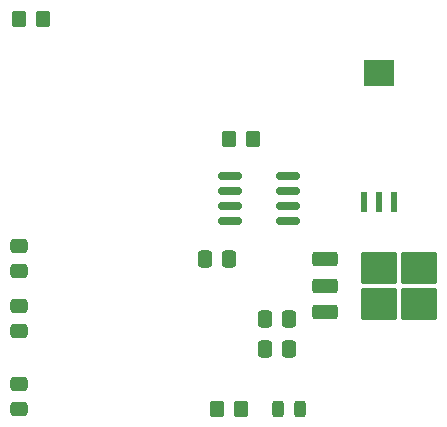
<source format=gbr>
%TF.GenerationSoftware,KiCad,Pcbnew,7.0.10*%
%TF.CreationDate,2024-04-21T18:35:41+05:30*%
%TF.ProjectId,ESDP_Final,45534450-5f46-4696-9e61-6c2e6b696361,rev?*%
%TF.SameCoordinates,Original*%
%TF.FileFunction,Paste,Top*%
%TF.FilePolarity,Positive*%
%FSLAX46Y46*%
G04 Gerber Fmt 4.6, Leading zero omitted, Abs format (unit mm)*
G04 Created by KiCad (PCBNEW 7.0.10) date 2024-04-21 18:35:41*
%MOMM*%
%LPD*%
G01*
G04 APERTURE LIST*
G04 Aperture macros list*
%AMRoundRect*
0 Rectangle with rounded corners*
0 $1 Rounding radius*
0 $2 $3 $4 $5 $6 $7 $8 $9 X,Y pos of 4 corners*
0 Add a 4 corners polygon primitive as box body*
4,1,4,$2,$3,$4,$5,$6,$7,$8,$9,$2,$3,0*
0 Add four circle primitives for the rounded corners*
1,1,$1+$1,$2,$3*
1,1,$1+$1,$4,$5*
1,1,$1+$1,$6,$7*
1,1,$1+$1,$8,$9*
0 Add four rect primitives between the rounded corners*
20,1,$1+$1,$2,$3,$4,$5,0*
20,1,$1+$1,$4,$5,$6,$7,0*
20,1,$1+$1,$6,$7,$8,$9,0*
20,1,$1+$1,$8,$9,$2,$3,0*%
G04 Aperture macros list end*
%ADD10RoundRect,0.150000X-0.825000X-0.150000X0.825000X-0.150000X0.825000X0.150000X-0.825000X0.150000X0*%
%ADD11RoundRect,0.243750X-0.243750X-0.456250X0.243750X-0.456250X0.243750X0.456250X-0.243750X0.456250X0*%
%ADD12RoundRect,0.250000X-0.475000X0.337500X-0.475000X-0.337500X0.475000X-0.337500X0.475000X0.337500X0*%
%ADD13RoundRect,0.250000X-0.850000X-0.350000X0.850000X-0.350000X0.850000X0.350000X-0.850000X0.350000X0*%
%ADD14RoundRect,0.250000X-1.275000X-1.125000X1.275000X-1.125000X1.275000X1.125000X-1.275000X1.125000X0*%
%ADD15RoundRect,0.250000X-0.337500X-0.475000X0.337500X-0.475000X0.337500X0.475000X-0.337500X0.475000X0*%
%ADD16RoundRect,0.250000X-0.350000X-0.450000X0.350000X-0.450000X0.350000X0.450000X-0.350000X0.450000X0*%
%ADD17RoundRect,0.250000X0.337500X0.475000X-0.337500X0.475000X-0.337500X-0.475000X0.337500X-0.475000X0*%
%ADD18RoundRect,0.250000X0.475000X-0.337500X0.475000X0.337500X-0.475000X0.337500X-0.475000X-0.337500X0*%
%ADD19R,0.510000X1.780000*%
%ADD20R,2.540000X2.290000*%
G04 APERTURE END LIST*
D10*
%TO.C,LM35*%
X157545000Y-79375000D03*
X157545000Y-80645000D03*
X157545000Y-81915000D03*
X157545000Y-83185000D03*
X162495000Y-83185000D03*
X162495000Y-81915000D03*
X162495000Y-80645000D03*
X162495000Y-79375000D03*
%TD*%
D11*
%TO.C,LED1*%
X161622500Y-99060000D03*
X163497500Y-99060000D03*
%TD*%
D12*
%TO.C,C2*%
X139700000Y-90402500D03*
X139700000Y-92477500D03*
%TD*%
D13*
%TO.C,3.3*%
X165555000Y-86365000D03*
X165555000Y-88645000D03*
D14*
X170180000Y-87120000D03*
X170180000Y-90170000D03*
X173530000Y-87120000D03*
X173530000Y-90170000D03*
D13*
X165555000Y-90925000D03*
%TD*%
D15*
%TO.C,C6*%
X155405000Y-86360000D03*
X157480000Y-86360000D03*
%TD*%
D16*
%TO.C,R5*%
X157480000Y-76200000D03*
X159480000Y-76200000D03*
%TD*%
D17*
%TO.C,C4*%
X162560000Y-93980000D03*
X160485000Y-93980000D03*
%TD*%
D18*
%TO.C,C1*%
X139700000Y-87397500D03*
X139700000Y-85322500D03*
%TD*%
D17*
%TO.C,C5*%
X162560000Y-91440000D03*
X160485000Y-91440000D03*
%TD*%
D16*
%TO.C,R1*%
X156480000Y-99060000D03*
X158480000Y-99060000D03*
%TD*%
%TO.C,R2*%
X139707500Y-66040000D03*
X141707500Y-66040000D03*
%TD*%
D18*
%TO.C,C3*%
X139700000Y-99060000D03*
X139700000Y-96985000D03*
%TD*%
D19*
%TO.C,HIH1*%
X168910000Y-81535000D03*
X170180000Y-81535000D03*
X171450000Y-81535000D03*
D20*
X170180000Y-70610000D03*
%TD*%
M02*

</source>
